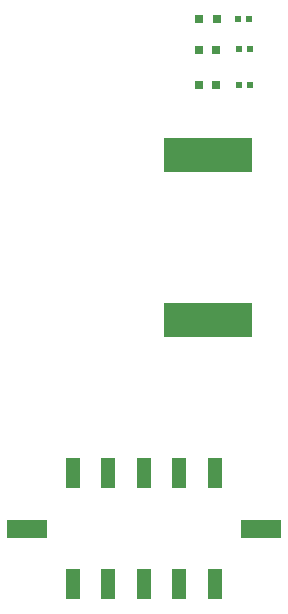
<source format=gbr>
G04*
G04 #@! TF.GenerationSoftware,Altium Limited,Altium Designer,23.10.1 (27)*
G04*
G04 Layer_Color=8421504*
%FSLAX42Y42*%
%MOMM*%
G71*
G04*
G04 #@! TF.SameCoordinates,D788F153-7B32-47A3-9728-DC68925F5BF0*
G04*
G04*
G04 #@! TF.FilePolarity,Positive*
G04*
G01*
G75*
%ADD18R,7.45X3.00*%
G04:AMPARAMS|DCode=19|XSize=0.55mm|YSize=0.5mm|CornerRadius=0.06mm|HoleSize=0mm|Usage=FLASHONLY|Rotation=90.000|XOffset=0mm|YOffset=0mm|HoleType=Round|Shape=RoundedRectangle|*
%AMROUNDEDRECTD19*
21,1,0.55,0.38,0,0,90.0*
21,1,0.43,0.50,0,0,90.0*
1,1,0.13,0.19,0.21*
1,1,0.13,0.19,-0.21*
1,1,0.13,-0.19,-0.21*
1,1,0.13,-0.19,0.21*
%
%ADD19ROUNDEDRECTD19*%
%ADD20R,1.27X2.54*%
%ADD21R,3.43X1.65*%
%ADD22R,0.80X0.80*%
D18*
X1346Y-1295D02*
D03*
Y-2692D02*
D03*
D19*
X1703Y-699D02*
D03*
X1613D02*
D03*
X1696Y-140D02*
D03*
X1606D02*
D03*
X1703Y-394D02*
D03*
X1613D02*
D03*
D20*
X205Y-3988D02*
D03*
X505D02*
D03*
X805D02*
D03*
X1105D02*
D03*
X1405D02*
D03*
X205Y-4928D02*
D03*
X505D02*
D03*
X805D02*
D03*
X1105D02*
D03*
X1405D02*
D03*
D21*
X1794Y-4458D02*
D03*
X-183D02*
D03*
D22*
X1269Y-696D02*
D03*
X1419D02*
D03*
X1271Y-140D02*
D03*
X1421D02*
D03*
X1269Y-405D02*
D03*
X1419D02*
D03*
M02*

</source>
